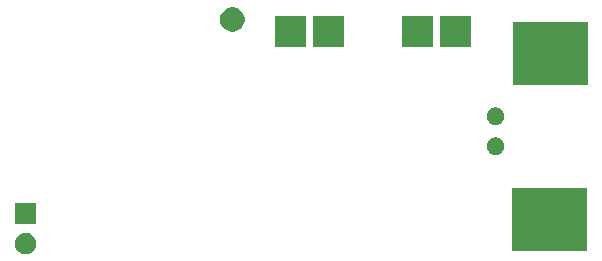
<source format=gbs>
G04 #@! TF.GenerationSoftware,KiCad,Pcbnew,(5.1.5)-3*
G04 #@! TF.CreationDate,2020-06-17T17:40:25+02:00*
G04 #@! TF.ProjectId,AGB_LIPO,4147425f-4c49-4504-9f2e-6b696361645f,rev?*
G04 #@! TF.SameCoordinates,Original*
G04 #@! TF.FileFunction,Soldermask,Bot*
G04 #@! TF.FilePolarity,Negative*
%FSLAX46Y46*%
G04 Gerber Fmt 4.6, Leading zero omitted, Abs format (unit mm)*
G04 Created by KiCad (PCBNEW (5.1.5)-3) date 2020-06-17 17:40:25*
%MOMM*%
%LPD*%
G04 APERTURE LIST*
%ADD10C,0.100000*%
G04 APERTURE END LIST*
D10*
G36*
X163253500Y-112900000D02*
G01*
X157003500Y-112900000D01*
X157003500Y-107650000D01*
X163253500Y-107650000D01*
X163253500Y-112900000D01*
G37*
X163253500Y-112900000D02*
X157003500Y-112900000D01*
X157003500Y-107650000D01*
X163253500Y-107650000D01*
X163253500Y-112900000D01*
G36*
X163317000Y-98875000D02*
G01*
X157067000Y-98875000D01*
X157067000Y-93625000D01*
X163317000Y-93625000D01*
X163317000Y-98875000D01*
G37*
X163317000Y-98875000D02*
X157067000Y-98875000D01*
X157067000Y-93625000D01*
X163317000Y-93625000D01*
X163317000Y-98875000D01*
G36*
X115899012Y-111478427D02*
G01*
X116048312Y-111508124D01*
X116212284Y-111576044D01*
X116359854Y-111674647D01*
X116485353Y-111800146D01*
X116583956Y-111947716D01*
X116651876Y-112111688D01*
X116686500Y-112285759D01*
X116686500Y-112463241D01*
X116651876Y-112637312D01*
X116583956Y-112801284D01*
X116485353Y-112948854D01*
X116359854Y-113074353D01*
X116212284Y-113172956D01*
X116048312Y-113240876D01*
X115899012Y-113270573D01*
X115874242Y-113275500D01*
X115696758Y-113275500D01*
X115671988Y-113270573D01*
X115522688Y-113240876D01*
X115358716Y-113172956D01*
X115211146Y-113074353D01*
X115085647Y-112948854D01*
X114987044Y-112801284D01*
X114919124Y-112637312D01*
X114884500Y-112463241D01*
X114884500Y-112285759D01*
X114919124Y-112111688D01*
X114987044Y-111947716D01*
X115085647Y-111800146D01*
X115211146Y-111674647D01*
X115358716Y-111576044D01*
X115522688Y-111508124D01*
X115671988Y-111478427D01*
X115696758Y-111473500D01*
X115874242Y-111473500D01*
X115899012Y-111478427D01*
G37*
G36*
X116686500Y-110735500D02*
G01*
X114884500Y-110735500D01*
X114884500Y-108933500D01*
X116686500Y-108933500D01*
X116686500Y-110735500D01*
G37*
G36*
X155794059Y-103402860D02*
G01*
X155930732Y-103459472D01*
X156053735Y-103541660D01*
X156158340Y-103646265D01*
X156240528Y-103769268D01*
X156297140Y-103905941D01*
X156326000Y-104051033D01*
X156326000Y-104198967D01*
X156297140Y-104344059D01*
X156240528Y-104480732D01*
X156158340Y-104603735D01*
X156053735Y-104708340D01*
X155930732Y-104790528D01*
X155930731Y-104790529D01*
X155930730Y-104790529D01*
X155794059Y-104847140D01*
X155648968Y-104876000D01*
X155501032Y-104876000D01*
X155355941Y-104847140D01*
X155219270Y-104790529D01*
X155219269Y-104790529D01*
X155219268Y-104790528D01*
X155096265Y-104708340D01*
X154991660Y-104603735D01*
X154909472Y-104480732D01*
X154852860Y-104344059D01*
X154824000Y-104198967D01*
X154824000Y-104051033D01*
X154852860Y-103905941D01*
X154909472Y-103769268D01*
X154991660Y-103646265D01*
X155096265Y-103541660D01*
X155219268Y-103459472D01*
X155355941Y-103402860D01*
X155501032Y-103374000D01*
X155648968Y-103374000D01*
X155794059Y-103402860D01*
G37*
G36*
X155794059Y-100862860D02*
G01*
X155930732Y-100919472D01*
X156053735Y-101001660D01*
X156158340Y-101106265D01*
X156240528Y-101229268D01*
X156297140Y-101365941D01*
X156326000Y-101511033D01*
X156326000Y-101658967D01*
X156297140Y-101804059D01*
X156240528Y-101940732D01*
X156158340Y-102063735D01*
X156053735Y-102168340D01*
X155930732Y-102250528D01*
X155930731Y-102250529D01*
X155930730Y-102250529D01*
X155794059Y-102307140D01*
X155648968Y-102336000D01*
X155501032Y-102336000D01*
X155355941Y-102307140D01*
X155219270Y-102250529D01*
X155219269Y-102250529D01*
X155219268Y-102250528D01*
X155096265Y-102168340D01*
X154991660Y-102063735D01*
X154909472Y-101940732D01*
X154852860Y-101804059D01*
X154824000Y-101658967D01*
X154824000Y-101511033D01*
X154852860Y-101365941D01*
X154909472Y-101229268D01*
X154991660Y-101106265D01*
X155096265Y-101001660D01*
X155219268Y-100919472D01*
X155355941Y-100862860D01*
X155501032Y-100834000D01*
X155648968Y-100834000D01*
X155794059Y-100862860D01*
G37*
G36*
X153506000Y-95706000D02*
G01*
X150904000Y-95706000D01*
X150904000Y-93104000D01*
X153506000Y-93104000D01*
X153506000Y-95706000D01*
G37*
G36*
X150256000Y-95706000D02*
G01*
X147654000Y-95706000D01*
X147654000Y-93104000D01*
X150256000Y-93104000D01*
X150256000Y-95706000D01*
G37*
G36*
X142756000Y-95706000D02*
G01*
X140154000Y-95706000D01*
X140154000Y-93104000D01*
X142756000Y-93104000D01*
X142756000Y-95706000D01*
G37*
G36*
X139506000Y-95706000D02*
G01*
X136904000Y-95706000D01*
X136904000Y-93104000D01*
X139506000Y-93104000D01*
X139506000Y-95706000D01*
G37*
G36*
X133606564Y-92389389D02*
G01*
X133797833Y-92468615D01*
X133797835Y-92468616D01*
X133969973Y-92583635D01*
X134116365Y-92730027D01*
X134231385Y-92902167D01*
X134310611Y-93093436D01*
X134351000Y-93296484D01*
X134351000Y-93503516D01*
X134310611Y-93706564D01*
X134231385Y-93897833D01*
X134231384Y-93897835D01*
X134116365Y-94069973D01*
X133969973Y-94216365D01*
X133797835Y-94331384D01*
X133797834Y-94331385D01*
X133797833Y-94331385D01*
X133606564Y-94410611D01*
X133403516Y-94451000D01*
X133196484Y-94451000D01*
X132993436Y-94410611D01*
X132802167Y-94331385D01*
X132802166Y-94331385D01*
X132802165Y-94331384D01*
X132630027Y-94216365D01*
X132483635Y-94069973D01*
X132368616Y-93897835D01*
X132368615Y-93897833D01*
X132289389Y-93706564D01*
X132249000Y-93503516D01*
X132249000Y-93296484D01*
X132289389Y-93093436D01*
X132368615Y-92902167D01*
X132483635Y-92730027D01*
X132630027Y-92583635D01*
X132802165Y-92468616D01*
X132802167Y-92468615D01*
X132993436Y-92389389D01*
X133196484Y-92349000D01*
X133403516Y-92349000D01*
X133606564Y-92389389D01*
G37*
M02*

</source>
